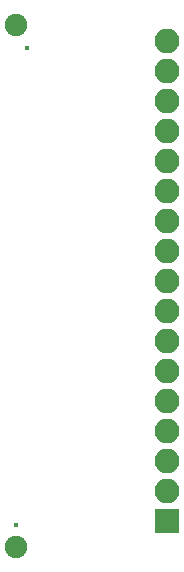
<source format=gbr>
G04 #@! TF.GenerationSoftware,KiCad,Pcbnew,5.0.0*
G04 #@! TF.CreationDate,2018-07-30T20:07:16-05:00*
G04 #@! TF.ProjectId,CardedgeBreakout,4361726465646765427265616B6F7574,rev?*
G04 #@! TF.SameCoordinates,Original*
G04 #@! TF.FileFunction,Soldermask,Bot*
G04 #@! TF.FilePolarity,Negative*
%FSLAX46Y46*%
G04 Gerber Fmt 4.6, Leading zero omitted, Abs format (unit mm)*
G04 Created by KiCad (PCBNEW 5.0.0) date Mon Jul 30 20:07:16 2018*
%MOMM*%
%LPD*%
G01*
G04 APERTURE LIST*
%ADD10C,0.400000*%
%ADD11C,1.900000*%
%ADD12R,2.100000X2.100000*%
%ADD13O,2.100000X2.100000*%
G04 APERTURE END LIST*
D10*
G04 #@! TO.C,P5*
X198348600Y-153519600D03*
X199348600Y-113129600D03*
D11*
X198348600Y-155424600D03*
X198348600Y-111224600D03*
G04 #@! TD*
D12*
G04 #@! TO.C,J4*
X211201000Y-153187400D03*
D13*
X211201000Y-150647400D03*
X211201000Y-148107400D03*
X211201000Y-145567400D03*
X211201000Y-143027400D03*
X211201000Y-140487400D03*
X211201000Y-137947400D03*
X211201000Y-135407400D03*
X211201000Y-132867400D03*
X211201000Y-130327400D03*
X211201000Y-127787400D03*
X211201000Y-125247400D03*
X211201000Y-122707400D03*
X211201000Y-120167400D03*
X211201000Y-117627400D03*
X211201000Y-115087400D03*
X211201000Y-112547400D03*
G04 #@! TD*
M02*

</source>
